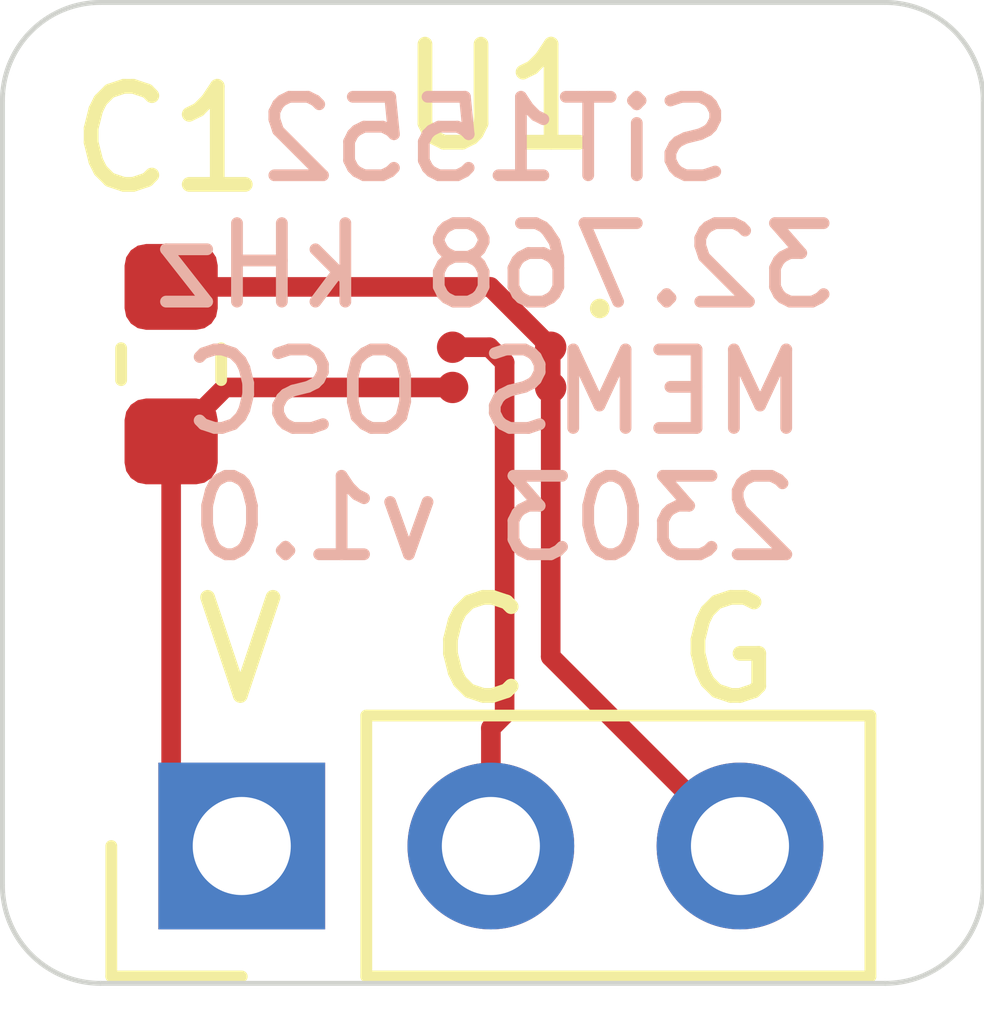
<source format=kicad_pcb>
(kicad_pcb (version 20171130) (host pcbnew "(5.1.2)-1")

  (general
    (thickness 1.6)
    (drawings 10)
    (tracks 14)
    (zones 0)
    (modules 3)
    (nets 4)
  )

  (page A4)
  (title_block
    (title "MEMS TCXO For RTC")
    (date 2023-02-23)
    (rev v1.0)
    (company Crescent)
  )

  (layers
    (0 F.Cu signal)
    (31 B.Cu signal)
    (32 B.Adhes user)
    (33 F.Adhes user)
    (34 B.Paste user)
    (35 F.Paste user)
    (36 B.SilkS user)
    (37 F.SilkS user)
    (38 B.Mask user)
    (39 F.Mask user)
    (40 Dwgs.User user)
    (41 Cmts.User user)
    (42 Eco1.User user)
    (43 Eco2.User user)
    (44 Edge.Cuts user)
    (45 Margin user)
    (46 B.CrtYd user)
    (47 F.CrtYd user)
    (48 B.Fab user hide)
    (49 F.Fab user hide)
  )

  (setup
    (last_trace_width 0.2)
    (trace_clearance 0.12)
    (zone_clearance 0.508)
    (zone_45_only no)
    (trace_min 0.2)
    (via_size 0.8)
    (via_drill 0.4)
    (via_min_size 0.4)
    (via_min_drill 0.3)
    (uvia_size 0.3)
    (uvia_drill 0.1)
    (uvias_allowed no)
    (uvia_min_size 0.2)
    (uvia_min_drill 0.1)
    (edge_width 0.05)
    (segment_width 0.2)
    (pcb_text_width 0.3)
    (pcb_text_size 1.5 1.5)
    (mod_edge_width 0.12)
    (mod_text_size 1 1)
    (mod_text_width 0.15)
    (pad_size 1.524 1.524)
    (pad_drill 0.762)
    (pad_to_mask_clearance 0.051)
    (solder_mask_min_width 0.25)
    (aux_axis_origin 0 0)
    (visible_elements FFFFFF7F)
    (pcbplotparams
      (layerselection 0x010fc_ffffffff)
      (usegerberextensions true)
      (usegerberattributes false)
      (usegerberadvancedattributes false)
      (creategerberjobfile false)
      (excludeedgelayer true)
      (linewidth 0.100000)
      (plotframeref false)
      (viasonmask false)
      (mode 1)
      (useauxorigin false)
      (hpglpennumber 1)
      (hpglpenspeed 20)
      (hpglpendiameter 15.000000)
      (psnegative false)
      (psa4output false)
      (plotreference true)
      (plotvalue true)
      (plotinvisibletext false)
      (padsonsilk false)
      (subtractmaskfromsilk true)
      (outputformat 1)
      (mirror false)
      (drillshape 0)
      (scaleselection 1)
      (outputdirectory "gerber/"))
  )

  (net 0 "")
  (net 1 /GND)
  (net 2 /VDD)
  (net 3 /CLK)

  (net_class Default "これはデフォルトのネット クラスです。"
    (clearance 0.12)
    (trace_width 0.2)
    (via_dia 0.8)
    (via_drill 0.4)
    (uvia_dia 0.3)
    (uvia_drill 0.1)
    (add_net /CLK)
    (add_net /GND)
    (add_net /VDD)
  )

  (module SiT1552:SiT1552 (layer F.Cu) (tedit 63F60950) (tstamp 63F6C709)
    (at 165.09 88.72 180)
    (path /63F6C4FA)
    (fp_text reference U1 (at 0.02 2.75) (layer F.SilkS)
      (effects (font (size 1 1) (thickness 0.15)))
    )
    (fp_text value SiT1552 (at 0 -3) (layer F.Fab)
      (effects (font (size 1 1) (thickness 0.15)))
    )
    (fp_circle (center -1 0.6) (end -0.95 0.6) (layer F.SilkS) (width 0.1))
    (pad 4 smd circle (at -0.5 -0.205 180) (size 0.32 0.32) (layers F.Cu F.Paste F.Mask)
      (net 1 /GND) (solder_mask_margin -0.03) (solder_paste_margin -0.03))
    (pad 3 smd circle (at 0.5 -0.205 180) (size 0.32 0.32) (layers F.Cu F.Paste F.Mask)
      (net 2 /VDD) (solder_mask_margin -0.03) (solder_paste_margin -0.03))
    (pad 2 smd circle (at 0.5 0.205 180) (size 0.32 0.32) (layers F.Cu F.Paste F.Mask)
      (net 3 /CLK) (solder_mask_margin -0.03) (solder_paste_margin -0.03))
    (pad 1 smd circle (at -0.5 0.205 180) (size 0.32 0.32) (layers F.Cu F.Paste F.Mask)
      (net 1 /GND) (solder_mask_margin -0.03) (solder_paste_margin -0.03))
  )

  (module Connector_PinHeader_2.54mm:PinHeader_1x03_P2.54mm_Vertical (layer F.Cu) (tedit 59FED5CC) (tstamp 63F6C700)
    (at 162.44 93.6 90)
    (descr "Through hole straight pin header, 1x03, 2.54mm pitch, single row")
    (tags "Through hole pin header THT 1x03 2.54mm single row")
    (path /63F6C9E7)
    (fp_text reference J1 (at 0 -2.33 90) (layer F.SilkS) hide
      (effects (font (size 1 1) (thickness 0.15)))
    )
    (fp_text value Conn_01x03 (at 0 7.41 90) (layer F.Fab)
      (effects (font (size 1 1) (thickness 0.15)))
    )
    (fp_text user %R (at 0 2.54) (layer F.Fab)
      (effects (font (size 1 1) (thickness 0.15)))
    )
    (fp_line (start 1.8 -1.8) (end -1.8 -1.8) (layer F.CrtYd) (width 0.05))
    (fp_line (start 1.8 6.85) (end 1.8 -1.8) (layer F.CrtYd) (width 0.05))
    (fp_line (start -1.8 6.85) (end 1.8 6.85) (layer F.CrtYd) (width 0.05))
    (fp_line (start -1.8 -1.8) (end -1.8 6.85) (layer F.CrtYd) (width 0.05))
    (fp_line (start -1.33 -1.33) (end 0 -1.33) (layer F.SilkS) (width 0.12))
    (fp_line (start -1.33 0) (end -1.33 -1.33) (layer F.SilkS) (width 0.12))
    (fp_line (start -1.33 1.27) (end 1.33 1.27) (layer F.SilkS) (width 0.12))
    (fp_line (start 1.33 1.27) (end 1.33 6.41) (layer F.SilkS) (width 0.12))
    (fp_line (start -1.33 1.27) (end -1.33 6.41) (layer F.SilkS) (width 0.12))
    (fp_line (start -1.33 6.41) (end 1.33 6.41) (layer F.SilkS) (width 0.12))
    (fp_line (start -1.27 -0.635) (end -0.635 -1.27) (layer F.Fab) (width 0.1))
    (fp_line (start -1.27 6.35) (end -1.27 -0.635) (layer F.Fab) (width 0.1))
    (fp_line (start 1.27 6.35) (end -1.27 6.35) (layer F.Fab) (width 0.1))
    (fp_line (start 1.27 -1.27) (end 1.27 6.35) (layer F.Fab) (width 0.1))
    (fp_line (start -0.635 -1.27) (end 1.27 -1.27) (layer F.Fab) (width 0.1))
    (pad 3 thru_hole oval (at 0 5.08 90) (size 1.7 1.7) (drill 1) (layers *.Cu *.Mask)
      (net 1 /GND))
    (pad 2 thru_hole oval (at 0 2.54 90) (size 1.7 1.7) (drill 1) (layers *.Cu *.Mask)
      (net 3 /CLK))
    (pad 1 thru_hole rect (at 0 0 90) (size 1.7 1.7) (drill 1) (layers *.Cu *.Mask)
      (net 2 /VDD))
    (model ${KISYS3DMOD}/Connector_PinHeader_2.54mm.3dshapes/PinHeader_1x03_P2.54mm_Vertical.wrl
      (at (xyz 0 0 0))
      (scale (xyz 1 1 1))
      (rotate (xyz 0 0 0))
    )
  )

  (module Capacitor_SMD:C_0603_1608Metric (layer F.Cu) (tedit 5B301BBE) (tstamp 63F6C6E9)
    (at 161.72 88.6875 90)
    (descr "Capacitor SMD 0603 (1608 Metric), square (rectangular) end terminal, IPC_7351 nominal, (Body size source: http://www.tortai-tech.com/upload/download/2011102023233369053.pdf), generated with kicad-footprint-generator")
    (tags capacitor)
    (path /63F6C732)
    (attr smd)
    (fp_text reference C1 (at 2.2875 -0.03 180) (layer F.SilkS)
      (effects (font (size 1 1) (thickness 0.15)))
    )
    (fp_text value 0.1u (at 0 1.43 90) (layer F.Fab)
      (effects (font (size 1 1) (thickness 0.15)))
    )
    (fp_text user %R (at 0 0 90) (layer F.Fab)
      (effects (font (size 0.4 0.4) (thickness 0.06)))
    )
    (fp_line (start 1.48 0.73) (end -1.48 0.73) (layer F.CrtYd) (width 0.05))
    (fp_line (start 1.48 -0.73) (end 1.48 0.73) (layer F.CrtYd) (width 0.05))
    (fp_line (start -1.48 -0.73) (end 1.48 -0.73) (layer F.CrtYd) (width 0.05))
    (fp_line (start -1.48 0.73) (end -1.48 -0.73) (layer F.CrtYd) (width 0.05))
    (fp_line (start -0.162779 0.51) (end 0.162779 0.51) (layer F.SilkS) (width 0.12))
    (fp_line (start -0.162779 -0.51) (end 0.162779 -0.51) (layer F.SilkS) (width 0.12))
    (fp_line (start 0.8 0.4) (end -0.8 0.4) (layer F.Fab) (width 0.1))
    (fp_line (start 0.8 -0.4) (end 0.8 0.4) (layer F.Fab) (width 0.1))
    (fp_line (start -0.8 -0.4) (end 0.8 -0.4) (layer F.Fab) (width 0.1))
    (fp_line (start -0.8 0.4) (end -0.8 -0.4) (layer F.Fab) (width 0.1))
    (pad 2 smd roundrect (at 0.7875 0 90) (size 0.875 0.95) (layers F.Cu F.Paste F.Mask) (roundrect_rratio 0.25)
      (net 1 /GND))
    (pad 1 smd roundrect (at -0.7875 0 90) (size 0.875 0.95) (layers F.Cu F.Paste F.Mask) (roundrect_rratio 0.25)
      (net 2 /VDD))
    (model ${KISYS3DMOD}/Capacitor_SMD.3dshapes/C_0603_1608Metric.wrl
      (at (xyz 0 0 0))
      (scale (xyz 1 1 1))
      (rotate (xyz 0 0 0))
    )
  )

  (gr_arc (start 161 94) (end 160 94) (angle -90) (layer Edge.Cuts) (width 0.05))
  (gr_arc (start 169 94) (end 169 95) (angle -90) (layer Edge.Cuts) (width 0.05))
  (gr_arc (start 161 86) (end 161 85) (angle -90) (layer Edge.Cuts) (width 0.05))
  (gr_arc (start 169 86) (end 170 86) (angle -90) (layer Edge.Cuts) (width 0.05))
  (gr_text "SiT1552\n32.768 kHz\nMEMS OSC\n2303 v1.0" (at 165.02 88.33) (layer B.SilkS)
    (effects (font (size 0.8 0.8) (thickness 0.12)) (justify mirror))
  )
  (gr_text "V  C  G " (at 165.33 91.61) (layer F.SilkS)
    (effects (font (size 1 1) (thickness 0.15)))
  )
  (gr_line (start 160 86) (end 160 94) (layer Edge.Cuts) (width 0.05) (tstamp 63F6C751))
  (gr_line (start 169 85) (end 161 85) (layer Edge.Cuts) (width 0.05))
  (gr_line (start 170 94) (end 170 86) (layer Edge.Cuts) (width 0.05))
  (gr_line (start 161 95) (end 169 95) (layer Edge.Cuts) (width 0.05))

  (segment (start 165.59 91.67) (end 167.52 93.6) (width 0.2) (layer F.Cu) (net 1))
  (segment (start 165.59 88.925) (end 165.59 91.67) (width 0.2) (layer F.Cu) (net 1))
  (segment (start 165.59 88.925) (end 165.59 88.515) (width 0.2) (layer F.Cu) (net 1))
  (segment (start 164.975 87.9) (end 161.72 87.9) (width 0.2) (layer F.Cu) (net 1))
  (segment (start 165.59 88.515) (end 164.975 87.9) (width 0.2) (layer F.Cu) (net 1))
  (segment (start 162.27 88.925) (end 161.72 89.475) (width 0.2) (layer F.Cu) (net 2))
  (segment (start 164.59 88.925) (end 162.27 88.925) (width 0.2) (layer F.Cu) (net 2))
  (segment (start 161.72 92.88) (end 162.44 93.6) (width 0.2) (layer F.Cu) (net 2))
  (segment (start 161.72 89.475) (end 161.72 92.88) (width 0.2) (layer F.Cu) (net 2))
  (segment (start 164.98 92.397919) (end 164.98 93.6) (width 0.2) (layer F.Cu) (net 3))
  (segment (start 165.12 92.257919) (end 164.98 92.397919) (width 0.2) (layer F.Cu) (net 3))
  (segment (start 165.12 88.67) (end 165.12 92.257919) (width 0.2) (layer F.Cu) (net 3))
  (segment (start 164.59 88.515) (end 164.965 88.515) (width 0.2) (layer F.Cu) (net 3))
  (segment (start 164.965 88.515) (end 165.12 88.67) (width 0.2) (layer F.Cu) (net 3))

)

</source>
